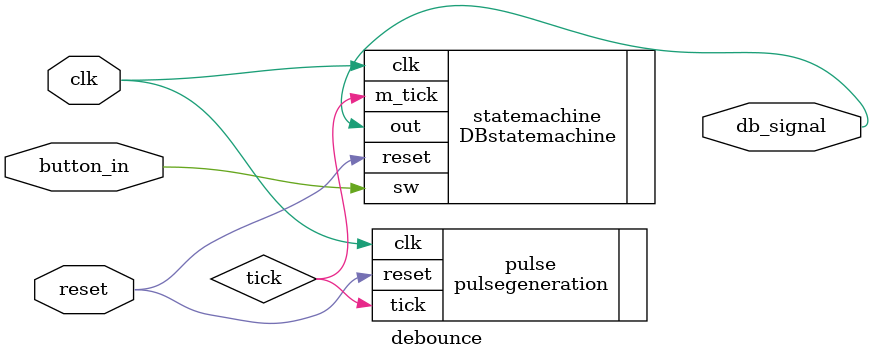
<source format=v>
`timescale 1ns / 1ps


module debounce (reset, clk, button_in, db_signal);
    input               reset, clk, button_in;
    output              db_signal;
    
    wire                tick;
    
    pulsegeneration 
        pulse           (.reset(reset), .clk(clk), .tick(tick));
    
    DBstatemachine
        statemachine    (.reset(reset), .clk(clk), .sw(button_in), 
                         .m_tick(tick), .out(db_signal));
        
endmodule

</source>
